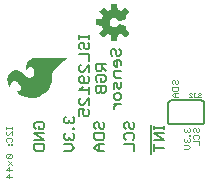
<source format=gbr>
G04 EAGLE Gerber RS-274X export*
G75*
%MOMM*%
%FSLAX34Y34*%
%LPD*%
%INSilkscreen Bottom*%
%IPPOS*%
%AMOC8*
5,1,8,0,0,1.08239X$1,22.5*%
G01*
%ADD10C,0.152400*%
%ADD11C,0.101600*%
%ADD12C,0.025400*%

G36*
X33970Y75925D02*
X33970Y75925D01*
X33971Y75926D01*
X33971Y75925D01*
X37571Y76925D01*
X37572Y76926D01*
X41272Y78826D01*
X41273Y78826D01*
X43073Y80226D01*
X44673Y81726D01*
X44673Y81727D01*
X44674Y81727D01*
X45974Y83427D01*
X47174Y85327D01*
X47174Y85328D01*
X47175Y85328D01*
X48075Y87328D01*
X48074Y87328D01*
X48075Y87329D01*
X48675Y89529D01*
X48676Y89538D01*
X48677Y89542D01*
X48677Y89543D01*
X48677Y89547D01*
X48678Y89552D01*
X48681Y89577D01*
X48682Y89582D01*
X48682Y89587D01*
X48683Y89592D01*
X48686Y89617D01*
X48687Y89622D01*
X48687Y89627D01*
X48688Y89632D01*
X48691Y89657D01*
X48691Y89662D01*
X48692Y89662D01*
X48691Y89662D01*
X48692Y89667D01*
X48693Y89672D01*
X48696Y89697D01*
X48696Y89701D01*
X48696Y89702D01*
X48697Y89706D01*
X48698Y89711D01*
X48701Y89736D01*
X48701Y89741D01*
X48702Y89746D01*
X48703Y89751D01*
X48706Y89776D01*
X48706Y89781D01*
X48707Y89786D01*
X48708Y89791D01*
X48711Y89816D01*
X48711Y89821D01*
X48712Y89826D01*
X48713Y89831D01*
X48716Y89856D01*
X48716Y89860D01*
X48716Y89861D01*
X48717Y89865D01*
X48718Y89870D01*
X48721Y89895D01*
X48721Y89900D01*
X48722Y89905D01*
X48723Y89910D01*
X48726Y89935D01*
X48726Y89940D01*
X48727Y89945D01*
X48728Y89950D01*
X48731Y89975D01*
X48731Y89980D01*
X48732Y89985D01*
X48732Y89990D01*
X48733Y89990D01*
X48732Y89990D01*
X48736Y90015D01*
X48736Y90019D01*
X48736Y90020D01*
X48737Y90024D01*
X48737Y90029D01*
X48741Y90054D01*
X48741Y90059D01*
X48742Y90064D01*
X48742Y90069D01*
X48746Y90094D01*
X48746Y90099D01*
X48747Y90104D01*
X48747Y90109D01*
X48750Y90134D01*
X48751Y90134D01*
X48751Y90139D01*
X48752Y90144D01*
X48752Y90149D01*
X48755Y90174D01*
X48756Y90178D01*
X48756Y90179D01*
X48757Y90183D01*
X48757Y90188D01*
X48760Y90213D01*
X48761Y90218D01*
X48762Y90223D01*
X48762Y90228D01*
X48765Y90253D01*
X48766Y90258D01*
X48767Y90263D01*
X48767Y90268D01*
X48770Y90293D01*
X48771Y90298D01*
X48772Y90303D01*
X48772Y90308D01*
X48775Y90333D01*
X48776Y90337D01*
X48776Y90338D01*
X48777Y90342D01*
X48777Y90347D01*
X48780Y90372D01*
X48781Y90377D01*
X48782Y90382D01*
X48782Y90387D01*
X48785Y90412D01*
X48786Y90417D01*
X48787Y90422D01*
X48787Y90427D01*
X48790Y90452D01*
X48791Y90457D01*
X48791Y90462D01*
X48792Y90462D01*
X48791Y90462D01*
X48792Y90467D01*
X48795Y90492D01*
X48796Y90496D01*
X48796Y90497D01*
X48796Y90501D01*
X48797Y90506D01*
X48800Y90531D01*
X48801Y90536D01*
X48801Y90541D01*
X48802Y90546D01*
X48805Y90571D01*
X48806Y90576D01*
X48806Y90581D01*
X48807Y90586D01*
X48810Y90611D01*
X48811Y90616D01*
X48811Y90621D01*
X48812Y90626D01*
X48815Y90651D01*
X48816Y90655D01*
X48816Y90656D01*
X48816Y90660D01*
X48817Y90665D01*
X48820Y90690D01*
X48821Y90695D01*
X48821Y90700D01*
X48822Y90705D01*
X48825Y90730D01*
X48826Y90735D01*
X48826Y90740D01*
X48827Y90745D01*
X48830Y90770D01*
X48831Y90775D01*
X48831Y90780D01*
X48832Y90785D01*
X48835Y90810D01*
X48836Y90814D01*
X48836Y90815D01*
X48836Y90819D01*
X48837Y90824D01*
X48840Y90849D01*
X48841Y90854D01*
X48841Y90859D01*
X48842Y90864D01*
X48845Y90889D01*
X48846Y90894D01*
X48846Y90899D01*
X48847Y90904D01*
X48850Y90929D01*
X48850Y90934D01*
X48851Y90934D01*
X48850Y90934D01*
X48851Y90939D01*
X48852Y90944D01*
X48855Y90969D01*
X48855Y90973D01*
X48855Y90974D01*
X48856Y90978D01*
X48857Y90983D01*
X48860Y91008D01*
X48860Y91013D01*
X48861Y91018D01*
X48862Y91023D01*
X48865Y91048D01*
X48865Y91053D01*
X48866Y91058D01*
X48867Y91063D01*
X48870Y91088D01*
X48870Y91093D01*
X48871Y91098D01*
X48872Y91103D01*
X48875Y91128D01*
X48875Y91132D01*
X48875Y91133D01*
X48876Y91137D01*
X48877Y91142D01*
X48880Y91167D01*
X48880Y91172D01*
X48881Y91177D01*
X48882Y91182D01*
X48885Y91207D01*
X48885Y91212D01*
X48886Y91217D01*
X48887Y91222D01*
X48890Y91247D01*
X48890Y91252D01*
X48891Y91257D01*
X48891Y91262D01*
X48892Y91262D01*
X48891Y91262D01*
X48895Y91287D01*
X48895Y91291D01*
X48895Y91292D01*
X48896Y91296D01*
X48896Y91301D01*
X48900Y91326D01*
X48900Y91331D01*
X48901Y91336D01*
X48901Y91341D01*
X48905Y91366D01*
X48905Y91371D01*
X48906Y91376D01*
X48906Y91381D01*
X48909Y91406D01*
X48910Y91406D01*
X48910Y91411D01*
X48911Y91416D01*
X48911Y91421D01*
X48914Y91446D01*
X48915Y91450D01*
X48915Y91451D01*
X48916Y91455D01*
X48916Y91460D01*
X48919Y91485D01*
X48920Y91490D01*
X48921Y91495D01*
X48921Y91500D01*
X48924Y91525D01*
X48925Y91530D01*
X48926Y91535D01*
X48926Y91540D01*
X48929Y91565D01*
X48930Y91570D01*
X48931Y91575D01*
X48931Y91580D01*
X48934Y91605D01*
X48935Y91609D01*
X48935Y91610D01*
X48936Y91614D01*
X48936Y91619D01*
X48939Y91644D01*
X48940Y91649D01*
X48941Y91654D01*
X48941Y91659D01*
X48944Y91684D01*
X48945Y91689D01*
X48946Y91694D01*
X48946Y91699D01*
X48949Y91724D01*
X48950Y91729D01*
X48950Y91734D01*
X48951Y91734D01*
X48950Y91734D01*
X48951Y91739D01*
X48954Y91764D01*
X48955Y91768D01*
X48955Y91769D01*
X48955Y91773D01*
X48956Y91778D01*
X48959Y91803D01*
X48960Y91808D01*
X48960Y91813D01*
X48961Y91818D01*
X48964Y91843D01*
X48965Y91848D01*
X48965Y91853D01*
X48966Y91858D01*
X48969Y91883D01*
X48970Y91888D01*
X48970Y91893D01*
X48971Y91898D01*
X48974Y91923D01*
X48975Y91927D01*
X48975Y91928D01*
X48975Y91929D01*
X48975Y91930D01*
X48975Y95829D01*
X49275Y96928D01*
X49774Y98028D01*
X50474Y99027D01*
X51374Y100027D01*
X52473Y101126D01*
X53773Y102226D01*
X55173Y103526D01*
X56473Y104726D01*
X57673Y105826D01*
X58873Y106826D01*
X59873Y107726D01*
X60773Y108426D01*
X61473Y109026D01*
X61474Y109026D01*
X61873Y109426D01*
X62072Y109526D01*
X62073Y109528D01*
X62075Y109529D01*
X62074Y109530D01*
X62075Y109532D01*
X62072Y109533D01*
X62070Y109535D01*
X36370Y109535D01*
X36321Y109532D01*
X36227Y109527D01*
X36226Y109527D01*
X36132Y109522D01*
X36038Y109518D01*
X36037Y109517D01*
X35943Y109513D01*
X35849Y109508D01*
X35755Y109503D01*
X35754Y109503D01*
X35660Y109498D01*
X35566Y109493D01*
X35565Y109493D01*
X35471Y109488D01*
X35377Y109483D01*
X35283Y109478D01*
X35282Y109478D01*
X35188Y109473D01*
X35094Y109468D01*
X35093Y109468D01*
X34999Y109463D01*
X34905Y109458D01*
X34811Y109453D01*
X34810Y109453D01*
X34716Y109448D01*
X34622Y109443D01*
X34621Y109443D01*
X34527Y109438D01*
X34470Y109435D01*
X34469Y109435D01*
X32869Y109235D01*
X31469Y108835D01*
X31468Y108834D01*
X30368Y108234D01*
X30367Y108234D01*
X29467Y107534D01*
X29466Y107534D01*
X28666Y106734D01*
X28666Y106733D01*
X28066Y105833D01*
X28066Y105832D01*
X28065Y105832D01*
X27665Y104832D01*
X27666Y104831D01*
X27665Y104831D01*
X27365Y103731D01*
X27365Y103730D01*
X27365Y103729D01*
X27360Y103705D01*
X27355Y103680D01*
X27350Y103655D01*
X27345Y103630D01*
X27340Y103605D01*
X27335Y103580D01*
X27330Y103556D01*
X27325Y103531D01*
X27320Y103506D01*
X27315Y103481D01*
X27310Y103456D01*
X27305Y103431D01*
X27300Y103407D01*
X27295Y103382D01*
X27290Y103357D01*
X27285Y103332D01*
X27280Y103307D01*
X27275Y103282D01*
X27270Y103258D01*
X27270Y103257D01*
X27265Y103233D01*
X27261Y103208D01*
X27260Y103208D01*
X27256Y103183D01*
X27251Y103158D01*
X27246Y103133D01*
X27241Y103108D01*
X27236Y103084D01*
X27231Y103059D01*
X27226Y103034D01*
X27221Y103009D01*
X27216Y102984D01*
X27211Y102959D01*
X27206Y102935D01*
X27206Y102934D01*
X27201Y102910D01*
X27196Y102885D01*
X27191Y102860D01*
X27186Y102835D01*
X27181Y102810D01*
X27176Y102785D01*
X27171Y102761D01*
X27166Y102736D01*
X27165Y102731D01*
X27165Y102730D01*
X27165Y100930D01*
X27165Y100929D01*
X27265Y100229D01*
X27266Y100229D01*
X27265Y100228D01*
X27465Y99728D01*
X27565Y99429D01*
X27565Y99330D01*
X27566Y99329D01*
X27566Y99327D01*
X27568Y99327D01*
X27569Y99325D01*
X27571Y99327D01*
X27572Y99327D01*
X27574Y99326D01*
X27674Y99426D01*
X27674Y99428D01*
X27974Y100028D01*
X27975Y100028D01*
X28174Y100527D01*
X28474Y100927D01*
X28874Y101427D01*
X29273Y101826D01*
X29672Y102126D01*
X30271Y102325D01*
X30969Y102325D01*
X31668Y102125D01*
X32267Y101826D01*
X32866Y101226D01*
X33466Y100527D01*
X33765Y99629D01*
X34065Y98529D01*
X34065Y96931D01*
X33665Y95532D01*
X32866Y94333D01*
X31867Y93434D01*
X30569Y93035D01*
X29171Y93035D01*
X27673Y93734D01*
X26174Y95034D01*
X24474Y96734D01*
X24473Y96734D01*
X22773Y98034D01*
X22772Y98034D01*
X20972Y98934D01*
X20971Y98935D01*
X19271Y99435D01*
X19271Y99434D01*
X19270Y99435D01*
X17570Y99435D01*
X17569Y99434D01*
X17568Y99435D01*
X15868Y98835D01*
X15868Y98834D01*
X15867Y98834D01*
X14267Y97734D01*
X14267Y97733D01*
X14266Y97733D01*
X12866Y96033D01*
X12866Y96032D01*
X11666Y93732D01*
X11666Y93731D01*
X11665Y93731D01*
X11165Y91531D01*
X11166Y91530D01*
X11165Y91530D01*
X11265Y89530D01*
X11266Y89529D01*
X11265Y89529D01*
X11765Y87729D01*
X11766Y87728D01*
X11765Y87728D01*
X12365Y86228D01*
X12366Y86228D01*
X13066Y85028D01*
X13066Y85027D01*
X13566Y84327D01*
X13766Y84027D01*
X13768Y84027D01*
X13769Y84025D01*
X13770Y84026D01*
X13772Y84026D01*
X13773Y84028D01*
X13775Y84030D01*
X13775Y84130D01*
X13774Y84131D01*
X13775Y84131D01*
X13675Y84531D01*
X13675Y85830D01*
X13775Y86729D01*
X13975Y87528D01*
X14374Y88327D01*
X15073Y89126D01*
X15573Y89526D01*
X16172Y89826D01*
X16671Y90025D01*
X17270Y90125D01*
X17869Y90025D01*
X18568Y89825D01*
X19167Y89426D01*
X19967Y88926D01*
X20466Y88426D01*
X21066Y87727D01*
X21566Y87027D01*
X22066Y86327D01*
X22465Y85528D01*
X22665Y84829D01*
X22865Y84129D01*
X22865Y83431D01*
X22566Y82733D01*
X22067Y82234D01*
X21568Y81935D01*
X20969Y81835D01*
X20370Y81735D01*
X19871Y81835D01*
X19870Y81835D01*
X19270Y81835D01*
X19269Y81834D01*
X19268Y81835D01*
X19267Y81833D01*
X19265Y81831D01*
X19266Y81829D01*
X19266Y81827D01*
X20266Y80227D01*
X20267Y80227D01*
X20266Y80226D01*
X21966Y78526D01*
X21967Y78526D01*
X21968Y78526D01*
X24368Y77226D01*
X24368Y77225D01*
X27168Y76225D01*
X27169Y76226D01*
X27169Y76225D01*
X30469Y75725D01*
X30470Y75725D01*
X33970Y75925D01*
G37*
G36*
X103535Y124080D02*
X103535Y124080D01*
X103643Y124094D01*
X103655Y124100D01*
X103669Y124102D01*
X103765Y124154D01*
X103862Y124201D01*
X103872Y124211D01*
X103884Y124217D01*
X103958Y124297D01*
X104035Y124373D01*
X104041Y124385D01*
X104051Y124396D01*
X104096Y124494D01*
X104144Y124591D01*
X104148Y124609D01*
X104152Y124618D01*
X104154Y124639D01*
X104173Y124736D01*
X104616Y129087D01*
X105775Y129458D01*
X105793Y129468D01*
X105890Y129506D01*
X106972Y130063D01*
X110362Y127299D01*
X110456Y127245D01*
X110548Y127188D01*
X110561Y127185D01*
X110573Y127178D01*
X110680Y127157D01*
X110785Y127132D01*
X110799Y127134D01*
X110813Y127131D01*
X110920Y127146D01*
X111028Y127156D01*
X111041Y127162D01*
X111055Y127164D01*
X111152Y127212D01*
X111251Y127257D01*
X111264Y127268D01*
X111273Y127272D01*
X111288Y127288D01*
X111365Y127350D01*
X113950Y129935D01*
X114013Y130024D01*
X114079Y130109D01*
X114084Y130122D01*
X114092Y130134D01*
X114123Y130237D01*
X114159Y130340D01*
X114159Y130354D01*
X114163Y130367D01*
X114159Y130475D01*
X114160Y130584D01*
X114155Y130597D01*
X114155Y130611D01*
X114117Y130713D01*
X114082Y130815D01*
X114073Y130830D01*
X114069Y130839D01*
X114055Y130856D01*
X114001Y130938D01*
X111237Y134328D01*
X111794Y135410D01*
X111811Y135463D01*
X111837Y135512D01*
X111848Y135578D01*
X111869Y135642D01*
X111868Y135698D01*
X111877Y135752D01*
X111866Y135819D01*
X111865Y135886D01*
X111847Y135938D01*
X111838Y135993D01*
X111806Y136053D01*
X111783Y136116D01*
X111749Y136159D01*
X111723Y136209D01*
X111674Y136255D01*
X111632Y136307D01*
X111585Y136338D01*
X111545Y136376D01*
X111440Y136432D01*
X111427Y136440D01*
X111422Y136441D01*
X111415Y136445D01*
X106218Y138598D01*
X106119Y138621D01*
X106021Y138650D01*
X106000Y138649D01*
X105980Y138654D01*
X105879Y138644D01*
X105778Y138639D01*
X105758Y138632D01*
X105737Y138630D01*
X105645Y138588D01*
X105550Y138551D01*
X105534Y138538D01*
X105515Y138529D01*
X105441Y138460D01*
X105363Y138395D01*
X105347Y138372D01*
X105337Y138362D01*
X105325Y138341D01*
X105278Y138274D01*
X104772Y137375D01*
X104128Y136688D01*
X103340Y136173D01*
X102452Y135861D01*
X101515Y135769D01*
X100583Y135902D01*
X99709Y136253D01*
X98944Y136802D01*
X98331Y137516D01*
X97906Y138356D01*
X97692Y139273D01*
X97702Y140214D01*
X97936Y141126D01*
X98379Y141956D01*
X99008Y142657D01*
X99785Y143189D01*
X100666Y143520D01*
X101601Y143633D01*
X102518Y143525D01*
X103386Y143205D01*
X104155Y142691D01*
X104782Y142012D01*
X105277Y141128D01*
X105341Y141048D01*
X105401Y140965D01*
X105417Y140953D01*
X105430Y140937D01*
X105516Y140882D01*
X105599Y140822D01*
X105618Y140816D01*
X105635Y140806D01*
X105734Y140781D01*
X105833Y140751D01*
X105852Y140752D01*
X105872Y140747D01*
X105974Y140756D01*
X106076Y140759D01*
X106101Y140767D01*
X106115Y140768D01*
X106137Y140778D01*
X106218Y140802D01*
X111415Y142955D01*
X111462Y142984D01*
X111514Y143005D01*
X111565Y143048D01*
X111622Y143084D01*
X111657Y143127D01*
X111700Y143163D01*
X111734Y143220D01*
X111777Y143272D01*
X111796Y143324D01*
X111825Y143372D01*
X111839Y143438D01*
X111863Y143501D01*
X111865Y143556D01*
X111876Y143610D01*
X111869Y143677D01*
X111871Y143744D01*
X111855Y143798D01*
X111848Y143853D01*
X111804Y143964D01*
X111800Y143978D01*
X111797Y143982D01*
X111794Y143990D01*
X111237Y145072D01*
X114001Y148462D01*
X114055Y148556D01*
X114112Y148648D01*
X114115Y148661D01*
X114122Y148673D01*
X114143Y148780D01*
X114168Y148885D01*
X114166Y148899D01*
X114169Y148913D01*
X114154Y149020D01*
X114144Y149128D01*
X114138Y149141D01*
X114136Y149155D01*
X114088Y149252D01*
X114043Y149351D01*
X114032Y149364D01*
X114028Y149373D01*
X114012Y149388D01*
X113950Y149465D01*
X111365Y152050D01*
X111276Y152113D01*
X111191Y152179D01*
X111178Y152184D01*
X111166Y152192D01*
X111063Y152223D01*
X110960Y152259D01*
X110946Y152259D01*
X110933Y152263D01*
X110825Y152259D01*
X110716Y152260D01*
X110703Y152255D01*
X110689Y152255D01*
X110587Y152217D01*
X110485Y152182D01*
X110470Y152173D01*
X110461Y152169D01*
X110444Y152155D01*
X110362Y152101D01*
X106972Y149337D01*
X105890Y149894D01*
X105870Y149900D01*
X105775Y149942D01*
X104616Y150313D01*
X104173Y154664D01*
X104145Y154768D01*
X104120Y154874D01*
X104113Y154886D01*
X104110Y154899D01*
X104049Y154989D01*
X103992Y155082D01*
X103981Y155090D01*
X103973Y155102D01*
X103887Y155168D01*
X103803Y155237D01*
X103790Y155241D01*
X103779Y155250D01*
X103676Y155284D01*
X103575Y155323D01*
X103557Y155324D01*
X103548Y155328D01*
X103526Y155328D01*
X103428Y155337D01*
X99772Y155337D01*
X99665Y155320D01*
X99557Y155306D01*
X99545Y155300D01*
X99531Y155298D01*
X99435Y155246D01*
X99338Y155199D01*
X99328Y155189D01*
X99316Y155183D01*
X99242Y155103D01*
X99165Y155027D01*
X99159Y155015D01*
X99149Y155005D01*
X99104Y154906D01*
X99056Y154809D01*
X99052Y154791D01*
X99048Y154782D01*
X99046Y154761D01*
X99027Y154664D01*
X98584Y150313D01*
X97425Y149942D01*
X97407Y149932D01*
X97310Y149894D01*
X96228Y149337D01*
X92838Y152101D01*
X92744Y152155D01*
X92652Y152212D01*
X92639Y152215D01*
X92627Y152222D01*
X92520Y152243D01*
X92415Y152268D01*
X92401Y152266D01*
X92387Y152269D01*
X92280Y152254D01*
X92172Y152244D01*
X92159Y152238D01*
X92146Y152236D01*
X92048Y152188D01*
X91949Y152143D01*
X91936Y152132D01*
X91927Y152128D01*
X91912Y152112D01*
X91835Y152050D01*
X89250Y149465D01*
X89187Y149376D01*
X89121Y149291D01*
X89116Y149278D01*
X89108Y149266D01*
X89077Y149163D01*
X89041Y149060D01*
X89041Y149046D01*
X89037Y149033D01*
X89041Y148925D01*
X89040Y148816D01*
X89045Y148803D01*
X89045Y148789D01*
X89083Y148687D01*
X89118Y148585D01*
X89127Y148570D01*
X89131Y148561D01*
X89145Y148544D01*
X89199Y148462D01*
X91963Y145072D01*
X91406Y143990D01*
X91400Y143970D01*
X91358Y143875D01*
X90987Y142716D01*
X86636Y142273D01*
X86532Y142245D01*
X86426Y142220D01*
X86414Y142213D01*
X86401Y142210D01*
X86311Y142149D01*
X86218Y142092D01*
X86210Y142081D01*
X86198Y142073D01*
X86132Y141987D01*
X86064Y141903D01*
X86059Y141890D01*
X86050Y141879D01*
X86016Y141776D01*
X85977Y141675D01*
X85976Y141657D01*
X85972Y141648D01*
X85973Y141626D01*
X85963Y141528D01*
X85963Y137872D01*
X85980Y137765D01*
X85994Y137657D01*
X86000Y137645D01*
X86002Y137631D01*
X86054Y137535D01*
X86101Y137438D01*
X86111Y137428D01*
X86117Y137416D01*
X86197Y137342D01*
X86273Y137265D01*
X86285Y137259D01*
X86296Y137249D01*
X86394Y137204D01*
X86491Y137156D01*
X86509Y137152D01*
X86518Y137148D01*
X86539Y137146D01*
X86636Y137127D01*
X90987Y136684D01*
X91358Y135525D01*
X91368Y135507D01*
X91406Y135410D01*
X91963Y134328D01*
X89199Y130938D01*
X89145Y130844D01*
X89088Y130752D01*
X89085Y130739D01*
X89078Y130727D01*
X89057Y130620D01*
X89032Y130515D01*
X89034Y130501D01*
X89031Y130487D01*
X89046Y130380D01*
X89056Y130272D01*
X89062Y130259D01*
X89064Y130246D01*
X89112Y130148D01*
X89157Y130049D01*
X89168Y130036D01*
X89172Y130027D01*
X89188Y130012D01*
X89250Y129935D01*
X91835Y127350D01*
X91924Y127287D01*
X92009Y127221D01*
X92022Y127216D01*
X92034Y127208D01*
X92137Y127177D01*
X92240Y127141D01*
X92254Y127141D01*
X92267Y127137D01*
X92375Y127141D01*
X92484Y127140D01*
X92497Y127145D01*
X92511Y127145D01*
X92613Y127183D01*
X92715Y127218D01*
X92730Y127227D01*
X92739Y127231D01*
X92756Y127245D01*
X92838Y127299D01*
X96228Y130063D01*
X97310Y129506D01*
X97330Y129500D01*
X97425Y129458D01*
X98584Y129087D01*
X99027Y124736D01*
X99055Y124632D01*
X99080Y124526D01*
X99087Y124514D01*
X99090Y124501D01*
X99151Y124411D01*
X99208Y124318D01*
X99219Y124310D01*
X99227Y124298D01*
X99313Y124232D01*
X99397Y124164D01*
X99410Y124159D01*
X99421Y124150D01*
X99524Y124116D01*
X99625Y124077D01*
X99643Y124076D01*
X99652Y124072D01*
X99674Y124073D01*
X99772Y124063D01*
X103428Y124063D01*
X103535Y124080D01*
G37*
D10*
X80518Y128778D02*
X80518Y125897D01*
X80518Y127337D02*
X71875Y127337D01*
X71875Y125897D02*
X71875Y128778D01*
X71875Y118220D02*
X73315Y116779D01*
X71875Y118220D02*
X71875Y121101D01*
X73315Y122541D01*
X74756Y122541D01*
X76196Y121101D01*
X76196Y118220D01*
X77637Y116779D01*
X79077Y116779D01*
X80518Y118220D01*
X80518Y121101D01*
X79077Y122541D01*
X80518Y113186D02*
X71875Y113186D01*
X80518Y113186D02*
X80518Y107424D01*
X80518Y103831D02*
X80518Y98069D01*
X80518Y103831D02*
X74756Y98069D01*
X73315Y98069D01*
X71875Y99509D01*
X71875Y102390D01*
X73315Y103831D01*
X79077Y94476D02*
X80518Y93035D01*
X80518Y90154D01*
X79077Y88713D01*
X73315Y88713D01*
X71875Y90154D01*
X71875Y93035D01*
X73315Y94476D01*
X74756Y94476D01*
X76196Y93035D01*
X76196Y88713D01*
X74756Y85120D02*
X71875Y82239D01*
X80518Y82239D01*
X80518Y85120D02*
X80518Y79358D01*
X80518Y75765D02*
X80518Y70003D01*
X80518Y75765D02*
X74756Y70003D01*
X73315Y70003D01*
X71875Y71444D01*
X71875Y74325D01*
X73315Y75765D01*
X71875Y66410D02*
X71875Y60648D01*
X71875Y66410D02*
X76196Y66410D01*
X74756Y63529D01*
X74756Y62088D01*
X76196Y60648D01*
X79077Y60648D01*
X80518Y62088D01*
X80518Y64970D01*
X79077Y66410D01*
X85845Y104648D02*
X94488Y104648D01*
X85845Y104648D02*
X85845Y100326D01*
X87285Y98886D01*
X90166Y98886D01*
X91607Y100326D01*
X91607Y104648D01*
X91607Y101767D02*
X94488Y98886D01*
X85845Y90971D02*
X87285Y89531D01*
X85845Y90971D02*
X85845Y93852D01*
X87285Y95293D01*
X93047Y95293D01*
X94488Y93852D01*
X94488Y90971D01*
X93047Y89531D01*
X90166Y89531D01*
X90166Y92412D01*
X85845Y85938D02*
X94488Y85938D01*
X85845Y85938D02*
X85845Y81616D01*
X87285Y80175D01*
X88726Y80175D01*
X90166Y81616D01*
X91607Y80175D01*
X93047Y80175D01*
X94488Y81616D01*
X94488Y85938D01*
X90166Y85938D02*
X90166Y81616D01*
X99985Y111586D02*
X98545Y113026D01*
X98545Y115907D01*
X99985Y117348D01*
X101426Y117348D01*
X102866Y115907D01*
X102866Y113026D01*
X104307Y111586D01*
X105747Y111586D01*
X107188Y113026D01*
X107188Y115907D01*
X105747Y117348D01*
X107188Y106552D02*
X107188Y103671D01*
X107188Y106552D02*
X105747Y107993D01*
X102866Y107993D01*
X101426Y106552D01*
X101426Y103671D01*
X102866Y102231D01*
X104307Y102231D01*
X104307Y107993D01*
X107188Y98638D02*
X101426Y98638D01*
X101426Y94316D01*
X102866Y92875D01*
X107188Y92875D01*
X107188Y89282D02*
X107188Y84961D01*
X105747Y83520D01*
X104307Y84961D01*
X104307Y87842D01*
X102866Y89282D01*
X101426Y87842D01*
X101426Y83520D01*
X107188Y78487D02*
X107188Y75606D01*
X105747Y74165D01*
X102866Y74165D01*
X101426Y75606D01*
X101426Y78487D01*
X102866Y79927D01*
X105747Y79927D01*
X107188Y78487D01*
X107188Y70572D02*
X101426Y70572D01*
X104307Y70572D02*
X101426Y67691D01*
X101426Y66250D01*
X35215Y49481D02*
X33775Y50922D01*
X33775Y53803D01*
X35215Y55244D01*
X40977Y55244D01*
X42418Y53803D01*
X42418Y50922D01*
X40977Y49481D01*
X38096Y49481D01*
X38096Y52362D01*
X33775Y45888D02*
X42418Y45888D01*
X42418Y40126D02*
X33775Y45888D01*
X33775Y40126D02*
X42418Y40126D01*
X42418Y36533D02*
X33775Y36533D01*
X42418Y36533D02*
X42418Y32212D01*
X40977Y30771D01*
X35215Y30771D01*
X33775Y32212D01*
X33775Y36533D01*
X59175Y58481D02*
X60615Y59921D01*
X59175Y58481D02*
X59175Y55599D01*
X60615Y54159D01*
X62056Y54159D01*
X63496Y55599D01*
X63496Y57040D01*
X63496Y55599D02*
X64937Y54159D01*
X66377Y54159D01*
X67818Y55599D01*
X67818Y58481D01*
X66377Y59921D01*
X66377Y50566D02*
X67818Y50566D01*
X66377Y50566D02*
X66377Y49125D01*
X67818Y49125D01*
X67818Y50566D01*
X60615Y45888D02*
X59175Y44448D01*
X59175Y41567D01*
X60615Y40126D01*
X62056Y40126D01*
X63496Y41567D01*
X63496Y43007D01*
X63496Y41567D02*
X64937Y40126D01*
X66377Y40126D01*
X67818Y41567D01*
X67818Y44448D01*
X66377Y45888D01*
X64937Y36533D02*
X59175Y36533D01*
X64937Y36533D02*
X67818Y33652D01*
X64937Y30771D01*
X59175Y30771D01*
X84575Y50922D02*
X86015Y49481D01*
X84575Y50922D02*
X84575Y53803D01*
X86015Y55244D01*
X87456Y55244D01*
X88896Y53803D01*
X88896Y50922D01*
X90337Y49481D01*
X91777Y49481D01*
X93218Y50922D01*
X93218Y53803D01*
X91777Y55244D01*
X93218Y45888D02*
X84575Y45888D01*
X93218Y45888D02*
X93218Y41567D01*
X91777Y40126D01*
X86015Y40126D01*
X84575Y41567D01*
X84575Y45888D01*
X87456Y36533D02*
X93218Y36533D01*
X87456Y36533D02*
X84575Y33652D01*
X87456Y30771D01*
X93218Y30771D01*
X88896Y30771D02*
X88896Y36533D01*
X109975Y50922D02*
X111415Y49481D01*
X109975Y50922D02*
X109975Y53803D01*
X111415Y55244D01*
X112856Y55244D01*
X114296Y53803D01*
X114296Y50922D01*
X115737Y49481D01*
X117177Y49481D01*
X118618Y50922D01*
X118618Y53803D01*
X117177Y55244D01*
X109975Y41567D02*
X111415Y40126D01*
X109975Y41567D02*
X109975Y44448D01*
X111415Y45888D01*
X117177Y45888D01*
X118618Y44448D01*
X118618Y41567D01*
X117177Y40126D01*
X118618Y36533D02*
X109975Y36533D01*
X118618Y36533D02*
X118618Y30771D01*
X132334Y27940D02*
X132334Y52887D01*
X144018Y52125D02*
X144018Y49244D01*
X144018Y50685D02*
X135375Y50685D01*
X135375Y52125D02*
X135375Y49244D01*
X135375Y45888D02*
X144018Y45888D01*
X144018Y40126D02*
X135375Y45888D01*
X135375Y40126D02*
X144018Y40126D01*
X144018Y33652D02*
X135375Y33652D01*
X135375Y36533D02*
X135375Y30771D01*
D11*
X151465Y87542D02*
X150618Y88390D01*
X150618Y90085D01*
X151465Y90932D01*
X152312Y90932D01*
X153160Y90085D01*
X153160Y88390D01*
X154007Y87542D01*
X154855Y87542D01*
X155702Y88390D01*
X155702Y90085D01*
X154855Y90932D01*
X155702Y85319D02*
X150618Y85319D01*
X155702Y85319D02*
X155702Y82777D01*
X154855Y81929D01*
X151465Y81929D01*
X150618Y82777D01*
X150618Y85319D01*
X152312Y79706D02*
X155702Y79706D01*
X152312Y79706D02*
X150618Y78011D01*
X152312Y76316D01*
X155702Y76316D01*
X153160Y76316D02*
X153160Y79706D01*
X168398Y47750D02*
X169245Y46902D01*
X168398Y47750D02*
X168398Y49445D01*
X169245Y50292D01*
X170092Y50292D01*
X170940Y49445D01*
X170940Y47750D01*
X171787Y46902D01*
X172635Y46902D01*
X173482Y47750D01*
X173482Y49445D01*
X172635Y50292D01*
X168398Y42137D02*
X169245Y41289D01*
X168398Y42137D02*
X168398Y43832D01*
X169245Y44679D01*
X172635Y44679D01*
X173482Y43832D01*
X173482Y42137D01*
X172635Y41289D01*
X173482Y39066D02*
X168398Y39066D01*
X173482Y39066D02*
X173482Y35676D01*
X160778Y49445D02*
X161625Y50292D01*
X160778Y49445D02*
X160778Y47750D01*
X161625Y46902D01*
X162472Y46902D01*
X163320Y47750D01*
X163320Y48597D01*
X163320Y47750D02*
X164167Y46902D01*
X165015Y46902D01*
X165862Y47750D01*
X165862Y49445D01*
X165015Y50292D01*
X165015Y44679D02*
X165862Y44679D01*
X165015Y44679D02*
X165015Y43832D01*
X165862Y43832D01*
X165862Y44679D01*
X161625Y41872D02*
X160778Y41025D01*
X160778Y39330D01*
X161625Y38483D01*
X162472Y38483D01*
X163320Y39330D01*
X163320Y40178D01*
X163320Y39330D02*
X164167Y38483D01*
X165015Y38483D01*
X165862Y39330D01*
X165862Y41025D01*
X165015Y41872D01*
X164167Y36259D02*
X160778Y36259D01*
X164167Y36259D02*
X165862Y34565D01*
X164167Y32870D01*
X160778Y32870D01*
X14732Y49867D02*
X14732Y51562D01*
X14732Y50715D02*
X9648Y50715D01*
X9648Y51562D02*
X9648Y49867D01*
X14732Y47820D02*
X14732Y44430D01*
X14732Y47820D02*
X11342Y44430D01*
X10495Y44430D01*
X9648Y45278D01*
X9648Y46973D01*
X10495Y47820D01*
X9648Y39665D02*
X10495Y38817D01*
X9648Y39665D02*
X9648Y41359D01*
X10495Y42207D01*
X13885Y42207D01*
X14732Y41359D01*
X14732Y39665D01*
X13885Y38817D01*
X11342Y36594D02*
X11342Y35746D01*
X12190Y35746D01*
X12190Y36594D01*
X11342Y36594D01*
X13885Y36594D02*
X13885Y35746D01*
X14732Y35746D01*
X14732Y36594D01*
X13885Y36594D01*
X13885Y28174D02*
X10495Y28174D01*
X9648Y27327D01*
X9648Y25632D01*
X10495Y24785D01*
X13885Y24785D01*
X14732Y25632D01*
X14732Y27327D01*
X13885Y28174D01*
X10495Y24785D01*
X11342Y22561D02*
X14732Y19171D01*
X14732Y22561D02*
X11342Y19171D01*
X9648Y14406D02*
X14732Y14406D01*
X12190Y16948D02*
X9648Y14406D01*
X12190Y13558D02*
X12190Y16948D01*
X14732Y8793D02*
X9648Y8793D01*
X12190Y11335D01*
X12190Y7945D01*
D10*
X149860Y53340D02*
X175260Y53340D01*
X149860Y73660D02*
X149760Y73658D01*
X149661Y73652D01*
X149561Y73642D01*
X149463Y73629D01*
X149364Y73611D01*
X149267Y73590D01*
X149171Y73565D01*
X149075Y73536D01*
X148981Y73503D01*
X148888Y73467D01*
X148797Y73427D01*
X148707Y73383D01*
X148619Y73336D01*
X148533Y73286D01*
X148449Y73232D01*
X148367Y73175D01*
X148288Y73115D01*
X148210Y73051D01*
X148136Y72985D01*
X148064Y72916D01*
X147995Y72844D01*
X147929Y72770D01*
X147865Y72692D01*
X147805Y72613D01*
X147748Y72531D01*
X147694Y72447D01*
X147644Y72361D01*
X147597Y72273D01*
X147553Y72183D01*
X147513Y72092D01*
X147477Y71999D01*
X147444Y71905D01*
X147415Y71809D01*
X147390Y71713D01*
X147369Y71616D01*
X147351Y71517D01*
X147338Y71419D01*
X147328Y71319D01*
X147322Y71220D01*
X147320Y71120D01*
X175260Y73660D02*
X175360Y73658D01*
X175459Y73652D01*
X175559Y73642D01*
X175657Y73629D01*
X175756Y73611D01*
X175853Y73590D01*
X175949Y73565D01*
X176045Y73536D01*
X176139Y73503D01*
X176232Y73467D01*
X176323Y73427D01*
X176413Y73383D01*
X176501Y73336D01*
X176587Y73286D01*
X176671Y73232D01*
X176753Y73175D01*
X176832Y73115D01*
X176910Y73051D01*
X176984Y72985D01*
X177056Y72916D01*
X177125Y72844D01*
X177191Y72770D01*
X177255Y72692D01*
X177315Y72613D01*
X177372Y72531D01*
X177426Y72447D01*
X177476Y72361D01*
X177523Y72273D01*
X177567Y72183D01*
X177607Y72092D01*
X177643Y71999D01*
X177676Y71905D01*
X177705Y71809D01*
X177730Y71713D01*
X177751Y71616D01*
X177769Y71517D01*
X177782Y71419D01*
X177792Y71319D01*
X177798Y71220D01*
X177800Y71120D01*
X177800Y55880D02*
X177798Y55780D01*
X177792Y55681D01*
X177782Y55581D01*
X177769Y55483D01*
X177751Y55384D01*
X177730Y55287D01*
X177705Y55191D01*
X177676Y55095D01*
X177643Y55001D01*
X177607Y54908D01*
X177567Y54817D01*
X177523Y54727D01*
X177476Y54639D01*
X177426Y54553D01*
X177372Y54469D01*
X177315Y54387D01*
X177255Y54308D01*
X177191Y54230D01*
X177125Y54156D01*
X177056Y54084D01*
X176984Y54015D01*
X176910Y53949D01*
X176832Y53885D01*
X176753Y53825D01*
X176671Y53768D01*
X176587Y53714D01*
X176501Y53664D01*
X176413Y53617D01*
X176323Y53573D01*
X176232Y53533D01*
X176139Y53497D01*
X176045Y53464D01*
X175949Y53435D01*
X175853Y53410D01*
X175756Y53389D01*
X175657Y53371D01*
X175559Y53358D01*
X175459Y53348D01*
X175360Y53342D01*
X175260Y53340D01*
X149860Y53340D02*
X149760Y53342D01*
X149661Y53348D01*
X149561Y53358D01*
X149463Y53371D01*
X149364Y53389D01*
X149267Y53410D01*
X149171Y53435D01*
X149075Y53464D01*
X148981Y53497D01*
X148888Y53533D01*
X148797Y53573D01*
X148707Y53617D01*
X148619Y53664D01*
X148533Y53714D01*
X148449Y53768D01*
X148367Y53825D01*
X148288Y53885D01*
X148210Y53949D01*
X148136Y54015D01*
X148064Y54084D01*
X147995Y54156D01*
X147929Y54230D01*
X147865Y54308D01*
X147805Y54387D01*
X147748Y54469D01*
X147694Y54553D01*
X147644Y54639D01*
X147597Y54727D01*
X147553Y54817D01*
X147513Y54908D01*
X147477Y55001D01*
X147444Y55095D01*
X147415Y55191D01*
X147390Y55287D01*
X147369Y55384D01*
X147351Y55483D01*
X147338Y55581D01*
X147328Y55681D01*
X147322Y55780D01*
X147320Y55880D01*
X147320Y71120D01*
X177800Y71120D02*
X177800Y55880D01*
X175260Y73660D02*
X149860Y73660D01*
D12*
X172591Y79505D02*
X173226Y80140D01*
X174497Y80140D01*
X175133Y79505D01*
X175133Y78869D01*
X174497Y78234D01*
X173226Y78234D01*
X172591Y77598D01*
X172591Y76963D01*
X173226Y76327D01*
X174497Y76327D01*
X175133Y76963D01*
X171391Y76963D02*
X170755Y76327D01*
X170120Y76327D01*
X169484Y76963D01*
X169484Y80140D01*
X168849Y80140D02*
X170120Y80140D01*
X167649Y76327D02*
X165107Y76327D01*
X167649Y76327D02*
X165107Y78869D01*
X165107Y79505D01*
X165742Y80140D01*
X167013Y80140D01*
X167649Y79505D01*
M02*

</source>
